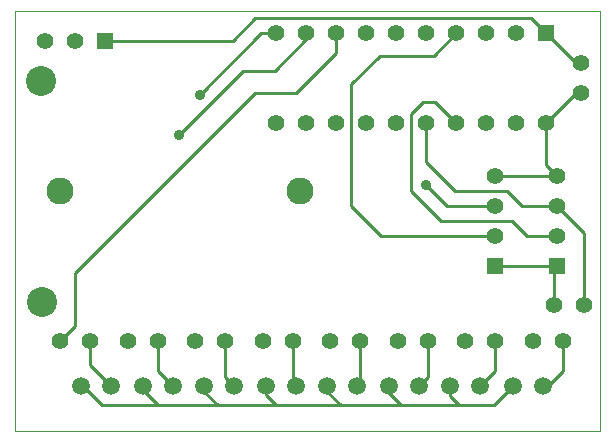
<source format=gbl>
G04 (created by PCBNEW (2013-07-07 BZR 4022)-stable) date 06/07/2014 17:43:10*
%MOIN*%
G04 Gerber Fmt 3.4, Leading zero omitted, Abs format*
%FSLAX34Y34*%
G01*
G70*
G90*
G04 APERTURE LIST*
%ADD10C,0.00590551*%
%ADD11C,0.00393701*%
%ADD12C,0.0590551*%
%ADD13C,0.09*%
%ADD14R,0.055X0.055*%
%ADD15C,0.055*%
%ADD16C,0.1*%
%ADD17C,0.035*%
%ADD18C,0.01*%
G04 APERTURE END LIST*
G54D10*
G54D11*
X34000Y-22000D02*
X34000Y-28000D01*
X53500Y-22000D02*
X34000Y-22000D01*
X53500Y-36000D02*
X53500Y-22000D01*
X34000Y-36000D02*
X53500Y-36000D01*
X34000Y-28000D02*
X34000Y-36000D01*
G54D12*
X36200Y-34500D03*
X37200Y-34500D03*
G54D13*
X35500Y-28000D03*
X43500Y-28000D03*
G54D14*
X52050Y-30500D03*
G54D15*
X52050Y-29500D03*
X52050Y-28500D03*
X52050Y-27500D03*
G54D14*
X50000Y-30500D03*
G54D15*
X50000Y-29500D03*
X50000Y-28500D03*
X50000Y-27500D03*
G54D14*
X37000Y-23000D03*
G54D15*
X36000Y-23000D03*
X35000Y-23000D03*
X51250Y-33000D03*
X52250Y-33000D03*
X49000Y-33000D03*
X50000Y-33000D03*
X46750Y-33000D03*
X47750Y-33000D03*
X44500Y-33000D03*
X45500Y-33000D03*
X42250Y-33000D03*
X43250Y-33000D03*
X40000Y-33000D03*
X41000Y-33000D03*
X37750Y-33000D03*
X38750Y-33000D03*
X35500Y-33000D03*
X36500Y-33000D03*
G54D12*
X50600Y-34500D03*
X51600Y-34500D03*
X48500Y-34500D03*
X49500Y-34500D03*
X46450Y-34500D03*
X47450Y-34500D03*
X44400Y-34500D03*
X45400Y-34500D03*
X42350Y-34500D03*
X43350Y-34500D03*
X40300Y-34500D03*
X41300Y-34500D03*
X38250Y-34500D03*
X39250Y-34500D03*
G54D14*
X51700Y-22750D03*
G54D15*
X50700Y-22750D03*
X49700Y-22750D03*
X48700Y-22750D03*
X47700Y-22750D03*
X46700Y-22750D03*
X45700Y-22750D03*
X44700Y-22750D03*
X43700Y-22750D03*
X42700Y-22750D03*
X42700Y-25750D03*
X43700Y-25750D03*
X44700Y-25750D03*
X45700Y-25750D03*
X46700Y-25750D03*
X47700Y-25750D03*
X48700Y-25750D03*
X49700Y-25750D03*
X50700Y-25750D03*
X51700Y-25750D03*
X51950Y-31800D03*
X52950Y-31800D03*
X52850Y-23750D03*
X52850Y-24750D03*
G54D16*
X34850Y-24350D03*
X34900Y-31700D03*
G54D17*
X47700Y-27800D03*
X39450Y-26150D03*
X40150Y-24800D03*
G54D18*
X52050Y-29500D02*
X51050Y-29500D01*
X48000Y-25050D02*
X48700Y-25750D01*
X47600Y-25050D02*
X48000Y-25050D01*
X47200Y-25450D02*
X47600Y-25050D01*
X47200Y-28000D02*
X47200Y-25450D01*
X48200Y-29000D02*
X47200Y-28000D01*
X50550Y-29000D02*
X48200Y-29000D01*
X51050Y-29500D02*
X50550Y-29000D01*
X52050Y-28500D02*
X50900Y-28500D01*
X47700Y-27050D02*
X47700Y-25750D01*
X48650Y-28000D02*
X47700Y-27050D01*
X50400Y-28000D02*
X48650Y-28000D01*
X50900Y-28500D02*
X50400Y-28000D01*
X52950Y-31800D02*
X52950Y-29400D01*
X52950Y-29400D02*
X52050Y-28500D01*
X38750Y-33000D02*
X38750Y-34000D01*
X38750Y-34000D02*
X39250Y-34500D01*
X51950Y-31800D02*
X51950Y-30600D01*
X51950Y-30600D02*
X52050Y-30500D01*
X37000Y-23000D02*
X41250Y-23000D01*
X51200Y-22250D02*
X51700Y-22750D01*
X42000Y-22250D02*
X51200Y-22250D01*
X41250Y-23000D02*
X42000Y-22250D01*
X52850Y-23750D02*
X52700Y-23750D01*
X52700Y-23750D02*
X51700Y-22750D01*
X50000Y-30500D02*
X52250Y-30500D01*
X36500Y-33000D02*
X36500Y-33800D01*
X36500Y-33800D02*
X37200Y-34500D01*
X41000Y-33000D02*
X41000Y-34200D01*
X41000Y-34200D02*
X41300Y-34500D01*
X43250Y-33000D02*
X43250Y-34400D01*
X43250Y-34400D02*
X43350Y-34500D01*
X47750Y-33000D02*
X47750Y-34200D01*
X47750Y-34200D02*
X47450Y-34500D01*
X50000Y-33000D02*
X50000Y-34000D01*
X50000Y-34000D02*
X49500Y-34500D01*
X51600Y-34500D02*
X51750Y-34500D01*
X52250Y-34000D02*
X52250Y-33000D01*
X51750Y-34500D02*
X52250Y-34000D01*
X45500Y-33000D02*
X45500Y-34400D01*
X45500Y-34400D02*
X45400Y-34500D01*
X52850Y-24750D02*
X52700Y-24750D01*
X52700Y-24750D02*
X51700Y-25750D01*
X51700Y-25750D02*
X51700Y-27150D01*
X51700Y-27150D02*
X52050Y-27500D01*
X48500Y-34500D02*
X48500Y-34850D01*
X48500Y-34850D02*
X48800Y-35150D01*
X46450Y-34500D02*
X46450Y-34750D01*
X46450Y-34750D02*
X46850Y-35150D01*
X44400Y-34500D02*
X44400Y-34700D01*
X44400Y-34700D02*
X44850Y-35150D01*
X42350Y-34500D02*
X42350Y-34800D01*
X42350Y-34800D02*
X42700Y-35150D01*
X40300Y-34500D02*
X40300Y-34700D01*
X40300Y-34700D02*
X40750Y-35150D01*
X38250Y-34500D02*
X38250Y-34650D01*
X38250Y-34650D02*
X38750Y-35150D01*
X36200Y-34500D02*
X36250Y-34500D01*
X49950Y-35150D02*
X50600Y-34500D01*
X48800Y-35150D02*
X49950Y-35150D01*
X36900Y-35150D02*
X38750Y-35150D01*
X38750Y-35150D02*
X40750Y-35150D01*
X40750Y-35150D02*
X42700Y-35150D01*
X42700Y-35150D02*
X44850Y-35150D01*
X44850Y-35150D02*
X46850Y-35150D01*
X46850Y-35150D02*
X48800Y-35150D01*
X36250Y-34500D02*
X36900Y-35150D01*
X52250Y-27500D02*
X50000Y-27500D01*
X50000Y-29500D02*
X46200Y-29500D01*
X47950Y-23500D02*
X48700Y-22750D01*
X46150Y-23500D02*
X47950Y-23500D01*
X45200Y-24450D02*
X46150Y-23500D01*
X45200Y-28500D02*
X45200Y-24450D01*
X46200Y-29500D02*
X45200Y-28500D01*
X50000Y-28500D02*
X48400Y-28500D01*
X48400Y-28500D02*
X47700Y-27800D01*
X43700Y-22750D02*
X43700Y-22950D01*
X41600Y-24000D02*
X39450Y-26150D01*
X42650Y-24000D02*
X41600Y-24000D01*
X43700Y-22950D02*
X42650Y-24000D01*
X44700Y-22750D02*
X44700Y-23400D01*
X36000Y-32500D02*
X35500Y-33000D01*
X36000Y-30750D02*
X36000Y-32500D01*
X42000Y-24750D02*
X36000Y-30750D01*
X43350Y-24750D02*
X42000Y-24750D01*
X44700Y-23400D02*
X43350Y-24750D01*
X42700Y-22750D02*
X42200Y-22750D01*
X42200Y-22750D02*
X40150Y-24800D01*
M02*

</source>
